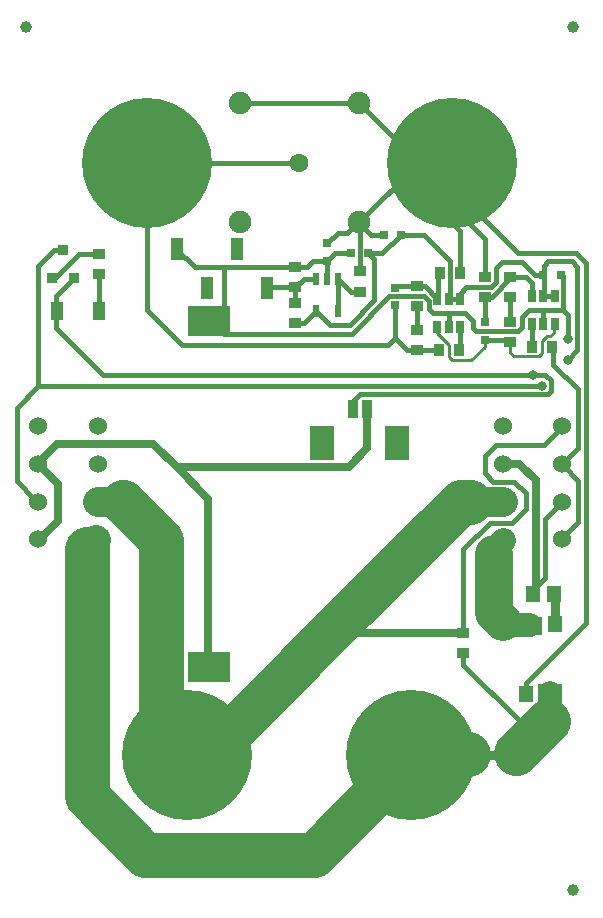
<source format=gbr>
%TF.GenerationSoftware,Altium Limited,Altium Designer,19.1.5 (86)*%
G04 Layer_Physical_Order=2*
G04 Layer_Color=16711680*
%FSLAX45Y45*%
%MOMM*%
%TF.FileFunction,Copper,L2,Bot,Signal*%
%TF.Part,Single*%
G01*
G75*
%TA.AperFunction,Conductor*%
%ADD10C,0.38100*%
%ADD11C,3.81000*%
%TA.AperFunction,ComponentPad*%
%ADD12C,1.52400*%
%ADD13C,1.90000*%
%ADD14C,1.60000*%
%TA.AperFunction,ViaPad*%
%ADD16C,0.80000*%
%TA.AperFunction,SMDPad,CuDef*%
%ADD17R,1.00000X1.91000*%
%ADD18R,2.00000X1.65000*%
%ADD19R,1.15000X1.40000*%
%ADD20R,1.00000X0.90000*%
%ADD21R,0.90000X1.00000*%
%ADD22R,1.20000X1.40000*%
%TA.AperFunction,SMDPad,SMDef*%
%ADD23R,0.60000X1.10000*%
%TA.AperFunction,SMDPad,CuDef*%
%ADD24R,0.90000X0.95000*%
%ADD25R,0.90000X0.95001*%
%ADD26R,0.81000X1.60000*%
%ADD27R,2.10000X3.00000*%
%ADD28R,1.10000X1.60000*%
%ADD29R,0.80000X0.80000*%
%ADD30R,3.60000X2.60000*%
%ADD31R,0.65000X1.10000*%
G04:AMPARAMS|DCode=32|XSize=1mm|YSize=1mm|CornerRadius=0.5mm|HoleSize=0mm|Usage=FLASHONLY|Rotation=90.000|XOffset=0mm|YOffset=0mm|HoleType=Round|Shape=RoundedRectangle|*
%AMROUNDEDRECTD32*
21,1,1.00000,0.00000,0,0,90.0*
21,1,0.00000,1.00000,0,0,90.0*
1,1,1.00000,0.00000,0.00000*
1,1,1.00000,0.00000,0.00000*
1,1,1.00000,0.00000,0.00000*
1,1,1.00000,0.00000,0.00000*
%
%ADD32ROUNDEDRECTD32*%
%ADD33R,0.80000X0.80000*%
%TA.AperFunction,Conductor*%
%ADD34C,2.10000*%
%ADD35C,1.27000*%
%ADD36C,3.17500*%
%ADD37C,2.50000*%
%ADD38C,2.54000*%
%ADD39C,0.25400*%
%ADD40C,0.63500*%
%ADD41C,0.20320*%
%ADD42C,0.75000*%
%ADD43C,2.00000*%
%ADD44C,2.03200*%
%ADD45C,0.00000*%
%TA.AperFunction,ComponentPad*%
%ADD46C,11.00000*%
D10*
X3870001Y2515000D02*
X3875000Y2519998D01*
X4105094Y3452874D02*
X4298189D01*
X3879999Y3227785D02*
X4105094Y3452874D01*
X3879999Y2525002D02*
Y3227785D01*
X4298189Y3452874D02*
X4411473Y3566158D01*
X4715000Y3623831D02*
X4729999Y3623831D01*
X4713728Y3623831D02*
X4715000D01*
X4503674Y2893677D02*
Y2911602D01*
X4575302Y2983230D01*
X4721226Y3305427D02*
Y3323726D01*
X4856735Y3459235D02*
Y3808265D01*
X4721226Y3323726D02*
X4856735Y3459235D01*
X4575302Y3485403D02*
X4713728Y3623831D01*
X4575302Y2983230D02*
Y3485403D01*
X4723662Y3941339D02*
X4856735Y3808265D01*
X4852417Y4087417D02*
Y4582667D01*
X4722344Y3957344D02*
X4852417Y4087417D01*
X4717158Y4264658D02*
X4723893D01*
X4565266Y4112766D02*
X4717158Y4264658D01*
X4156965Y4112766D02*
X4565266D01*
X270000Y3950000D02*
X280000D01*
X328677Y3337306D02*
Y3343403D01*
X4765040Y4830064D02*
X4846574Y4911598D01*
X4565590Y5370000D02*
Y5546205D01*
Y5351204D02*
Y5370000D01*
X3351854Y5886958D02*
X3355410Y5890514D01*
X3351854Y5886958D02*
X3548237D01*
X282956Y4609336D02*
X4549138D01*
X249998Y3630001D02*
X249999Y3654999D01*
X249998Y3629999D02*
Y3630001D01*
X100001Y3805001D02*
X249999Y3654999D01*
X100001Y3805001D02*
Y4425875D01*
X3797002Y6287560D02*
Y6509998D01*
X1988501Y7004998D02*
X2998502D01*
X1452626Y5770534D02*
X1610076Y5613084D01*
X832577Y4703316D02*
X4482340D01*
X435002Y5100955D02*
Y5367502D01*
X1723898Y5182723D02*
X1854053Y5052568D01*
X435002Y5100955D02*
X832577Y4703316D01*
X435002Y5367502D02*
Y5367528D01*
X794512Y5250490D02*
X800002Y5244997D01*
X804998Y5239999D01*
X626190Y5725002D02*
X795001D01*
X3664966Y5560712D02*
X3682224Y5577970D01*
X3335138Y5451605D02*
X3495138D01*
X3491381Y4917264D02*
X3526634Y4914746D01*
X3491138Y4915605D02*
X3526634Y4914746D01*
X3301072Y5291836D02*
X3305810D01*
X2489548Y6496050D02*
X2493499Y6500000D01*
X1199999D02*
X2493499D01*
X4463542Y4964684D02*
Y5149115D01*
X4452047Y4948259D02*
X4468473Y4964684D01*
X2224024Y5437124D02*
X2229984Y5443084D01*
X2458482D01*
X1610076Y5613084D02*
X1856740D01*
Y5230876D02*
Y5613084D01*
X2935732Y5052568D02*
X3253994Y5370830D01*
X1854053Y5052568D02*
X2935732D01*
X2821972Y5514892D02*
X2928188Y5408676D01*
X3004312D01*
X2821972Y5244890D02*
Y5514892D01*
X2458483Y5313084D02*
Y5443085D01*
X2530290Y5514892D01*
X2458482Y5443084D02*
X2458483Y5443085D01*
X2530290Y5514892D02*
X2631970D01*
X1199999Y5254903D02*
Y6500000D01*
Y5254903D02*
X1497584Y4957318D01*
X3078226Y5732526D02*
X3127502Y5683250D01*
Y5333238D02*
Y5683250D01*
X2923794Y5129530D02*
X3127502Y5333238D01*
X2749296Y5129530D02*
X2923794D01*
X2633936Y5244890D02*
X2749296Y5129530D01*
X2631970Y5244890D02*
X2633936D01*
X1787489Y5161625D02*
X1856740Y5230876D01*
X3491380Y4917264D02*
X3491381D01*
X3491074Y4917286D02*
X3491380Y4917264D01*
X1497584Y4957318D02*
X3240423D01*
X1856740Y5613084D02*
X2458482D01*
X2214626Y5441534D02*
X2216176Y5443084D01*
X1616202Y5272786D02*
X1619504Y5269484D01*
X2634996Y2515000D02*
X2746140D01*
X4379998Y5106184D02*
Y5190001D01*
X4346956Y5073142D02*
X4379998Y5106184D01*
X3992626Y5073142D02*
X4346956D01*
X2458483Y5143082D02*
X2530161D01*
X4348226Y5736336D02*
X4835652D01*
X282956Y4608830D02*
Y4609336D01*
X100001Y4425875D02*
X282956Y4608830D01*
X3490992Y4915609D02*
X3491138Y4915605D01*
X3852226Y4928870D02*
Y5097018D01*
X3526634Y4914746D02*
X3652785D01*
X4072382Y5363464D02*
X4123182D01*
X4281334Y5521616D01*
X4161334Y5489959D02*
Y5610000D01*
X4118405Y5447030D02*
X4161334Y5489959D01*
X3907605Y5447030D02*
X4118405D01*
X4549138Y4609336D02*
X4552696Y4612894D01*
X414592Y5757498D02*
X495002D01*
X282956Y5625862D02*
X414592Y5757498D01*
X282956Y4609336D02*
Y5624830D01*
X3240423Y4957318D02*
X3301072Y5017966D01*
X4465001Y5370000D02*
Y5484179D01*
X4414181Y5534999D02*
X4465001Y5484179D01*
X4281334Y5534999D02*
X4414181D01*
X4065300Y4998720D02*
X4277106D01*
X4410000Y1999999D02*
X4411472Y2001471D01*
X3548237Y5886958D02*
X3767228Y5667968D01*
X3004312Y5578676D02*
Y5984304D01*
X4644898Y4790186D02*
X4852417Y4582667D01*
X4644898Y4790186D02*
Y4889898D01*
X4479544Y4706112D02*
X4482340Y4703316D01*
X4626102Y4566412D02*
Y4657090D01*
X4577080Y4706112D02*
X4626102Y4657090D01*
X2998502Y5990114D02*
Y5994998D01*
X4479544Y4706112D02*
X4577080D01*
X4765040Y4830064D02*
X4766564D01*
X4546854Y4608322D02*
X4555236D01*
X4556252Y4609338D01*
X4552696Y4612894D02*
X4556252Y4609338D01*
X3490058Y5452205D02*
X3490947Y5453094D01*
X3875000Y2519998D02*
X3879999Y2525002D01*
X4380626Y5659374D02*
X4488796Y5551204D01*
X4210708Y5659374D02*
X4380626D01*
X4161334Y5610000D02*
X4210708Y5659374D01*
X4767072Y5006086D02*
Y5208270D01*
X4725590Y5249752D02*
X4767072Y5208270D01*
X4725590Y5249752D02*
Y5536203D01*
X2458483Y5613083D02*
X2459944Y5611622D01*
X2438477Y5613083D02*
X2458483D01*
X3406075Y4912968D02*
X3491074D01*
X2998502Y7004998D02*
X3495006Y6508494D01*
X3786999Y6131700D02*
Y6500000D01*
Y6131700D02*
X4064000Y5854699D01*
X3797002Y6287560D02*
X4348226Y5736336D01*
X3301072Y5017966D02*
Y5291836D01*
X3852226Y5391651D02*
X3907605Y5447030D01*
X4064000Y5580778D02*
Y5854699D01*
X4064702Y5149320D02*
Y5355095D01*
X3757225Y5347968D02*
X3852226D01*
Y5391651D01*
X3757225Y5107969D02*
Y5227968D01*
X3557226Y5452967D02*
X3662224Y5347968D01*
X3664966Y5350710D02*
Y5560712D01*
X3964686Y5101082D02*
X3992626Y5073142D01*
X3964686Y5101082D02*
Y5156962D01*
X3893680Y5227968D02*
X3964686Y5156962D01*
X3757225Y5227968D02*
X3893680D01*
X3662224Y5347968D02*
X3664966Y5350710D01*
X3301072Y5291836D02*
Y5292967D01*
X3491074Y5452967D02*
X3557226D01*
X4565650Y5628640D02*
X4601464Y5664454D01*
X4488796Y5551204D02*
X4560587D01*
X4565590Y5370000D02*
X4654998D01*
X4560002D02*
X4565590D01*
X4463542Y5149115D02*
X4466779Y5152353D01*
X4463542Y4964684D02*
X4468473D01*
X3491074Y5082970D02*
Y5282970D01*
X3786999Y5987002D02*
X3852164Y5921833D01*
Y5580002D02*
Y5921833D01*
X4565650Y5556267D02*
Y5628640D01*
X4560587Y5551204D02*
X4565650Y5556267D01*
X4560182Y5250180D02*
X4720002D01*
X4061461Y3874768D02*
X4137153Y3799076D01*
X4315207D01*
X4359998Y1770002D02*
X4560698D01*
X435002Y5367502D02*
X590003Y5522503D01*
X3879999Y2250001D02*
Y2345002D01*
X400000Y5522497D02*
Y5550001D01*
X4281334Y5154999D02*
Y5365001D01*
X4560587Y5551204D02*
X4565590Y5546205D01*
X3301072Y5017966D02*
X3406075Y4912968D01*
X4379998Y5190001D02*
X4440003Y5250000D01*
X4560002Y5162042D02*
Y5250000D01*
X4440003D02*
X4560002D01*
X3767228Y5357966D02*
Y5667968D01*
X3786999Y5987002D02*
Y6131700D01*
X2998502Y5994998D02*
X3503499Y6500000D01*
X3786999D02*
X3797002Y6509998D01*
X3537571Y6500000D02*
X3786999D01*
X3529077Y6508494D02*
X3537571Y6500000D01*
X3495006Y6508494D02*
X3529077D01*
X4315207Y3799076D02*
X4411473Y3702810D01*
X3879999Y2250001D02*
X4359998Y1770002D01*
X3626980Y5227968D02*
X3757225D01*
X3590290Y5264658D02*
X3626980Y5227968D01*
X3590290Y5264658D02*
Y5326888D01*
X3546348Y5370830D02*
X3590290Y5326888D01*
X3253994Y5370830D02*
X3546348D01*
X4600210Y4540520D02*
X4626102Y4566412D01*
X2940050Y4476750D02*
X3003820Y4540520D01*
X4600210D01*
X792988Y5727014D02*
X795001Y5725002D01*
X4411473Y3566158D02*
Y3702810D01*
X2530161Y5143082D02*
X2631970Y5244890D01*
X4411472Y2001471D02*
Y2091182D01*
X4924552Y2604262D01*
Y5647436D01*
X4835652Y5736336D02*
X4924552Y5647436D01*
X400000Y5522497D02*
X423685D01*
X626190Y5725002D01*
X794512Y5250490D02*
Y5554510D01*
X795001Y5554999D01*
X4601464Y5664454D02*
X4798060D01*
X4846574Y5615940D01*
Y4911598D02*
Y5615940D01*
X4061461Y3874768D02*
Y4017262D01*
X4156965Y4112766D01*
X3379809Y1489287D02*
X3439999Y1487001D01*
X4318635Y1486281D02*
X4323842Y1491488D01*
X3101657Y5886958D02*
X3180702D01*
X2998502Y5990114D02*
X3004312Y5984304D01*
X3101657Y5886958D01*
X3197422Y5732526D02*
X3351854Y5886958D01*
X3078226Y5732526D02*
X3197422D01*
X2796102D02*
X2928224D01*
X2730246Y5666670D02*
X2796102Y5732526D01*
X2726971Y5514892D02*
Y5663395D01*
X2730246Y5666670D01*
X2458482Y5613084D02*
X2557464D01*
X2611050Y5666670D01*
X2730246D01*
X4560698Y1770002D02*
X4597276D01*
X2983132Y5995572D02*
X2997802D01*
X2893060Y5905500D02*
X2983132Y5995572D01*
X2819076Y5905500D02*
X2893060D01*
X2730246Y5816670D02*
X2819076Y5905500D01*
D11*
X1532890Y1481582D02*
X1717548D01*
X692405Y1138934D02*
Y3230116D01*
X3379809Y1489287D02*
X3433403Y1469306D01*
X3379809Y1489287D02*
X3921929D01*
X3860036Y3628896D02*
X3934715D01*
X2746140Y2515000D02*
X3860036Y3628896D01*
X1000594Y3629404D02*
X1321816Y3308182D01*
X2502916Y2271776D02*
X2746140Y2515000D01*
X2618994Y641858D02*
X3442716Y1465580D01*
X1189481Y641858D02*
X2618994D01*
X3442716Y1465580D02*
Y1465834D01*
X3458379Y1610409D02*
X3466807Y1616652D01*
X1717548Y1481582D02*
X2502916Y2266950D01*
Y2271776D01*
X1321816Y1692656D02*
X1532890Y1481582D01*
X1321816Y1692656D02*
Y3308182D01*
X3433403Y1469306D02*
X3442716Y1465834D01*
X692405Y1138934D02*
X1189481Y641858D01*
X4332351Y1505077D02*
X4597276Y1770002D01*
D12*
X4715000Y4270000D02*
D03*
Y3950000D02*
D03*
Y3630000D02*
D03*
Y3310000D02*
D03*
X4215000Y3310000D02*
D03*
Y3630000D02*
D03*
Y3950000D02*
D03*
Y4270000D02*
D03*
X285000D02*
D03*
Y3950000D02*
D03*
Y3630000D02*
D03*
Y3310000D02*
D03*
X785000Y3310000D02*
D03*
Y3630000D02*
D03*
Y3950000D02*
D03*
Y4270000D02*
D03*
D13*
X2997802Y5995572D02*
D03*
Y7005572D02*
D03*
X1987802D02*
D03*
Y5995572D02*
D03*
D14*
X2492802Y6500572D02*
D03*
D16*
X4766564Y4830064D02*
D03*
X4469638Y4706112D02*
D03*
X4546854Y4608322D02*
D03*
X4767072Y5006086D02*
D03*
D17*
X2224024Y5437124D02*
D03*
X1970024Y5766124D02*
D03*
X1716024Y5437124D02*
D03*
X1462024Y5766124D02*
D03*
D18*
X4450000Y2579998D02*
D03*
X4620002Y2010002D02*
D03*
D19*
X4660002Y2590001D02*
D03*
X4410000Y1999999D02*
D03*
D20*
X3879999Y2515000D02*
D03*
Y2345002D02*
D03*
X4281334Y5534999D02*
D03*
Y5365001D02*
D03*
X795001Y5554999D02*
D03*
Y5725002D02*
D03*
X4064702Y5359413D02*
D03*
Y5529411D02*
D03*
X2458483Y5313084D02*
D03*
Y5143082D02*
D03*
X2458482Y5613084D02*
D03*
Y5443084D02*
D03*
X3004312Y5408676D02*
D03*
Y5578676D02*
D03*
X4281334Y5154999D02*
D03*
Y4985002D02*
D03*
X3491074Y5282968D02*
D03*
Y5452968D02*
D03*
X3491074Y5082970D02*
D03*
Y4912968D02*
D03*
D21*
X3676066Y4912868D02*
D03*
X3846068D02*
D03*
X4632047Y4938261D02*
D03*
X4462045D02*
D03*
X3853598Y5563108D02*
D03*
X3683598D02*
D03*
D22*
X4470000Y2850000D02*
D03*
X4650000D02*
D03*
D23*
X2631970Y5514892D02*
D03*
X2726971D02*
D03*
X2821972D02*
D03*
Y5244890D02*
D03*
X2631970D02*
D03*
D24*
X590003Y5522503D02*
D03*
X495002Y5757498D02*
D03*
D25*
X400000Y5522497D02*
D03*
D26*
X2944082Y4415282D02*
D03*
X3069082D02*
D03*
D27*
X2689082Y4125282D02*
D03*
X3324082D02*
D03*
D28*
X795001Y5239999D02*
D03*
X444999D02*
D03*
D29*
X4064702Y4999318D02*
D03*
Y5149320D02*
D03*
X3301072Y5292967D02*
D03*
Y5442969D02*
D03*
X2730246Y5666670D02*
D03*
Y5816670D02*
D03*
D30*
X1731518Y2231898D02*
D03*
Y5161895D02*
D03*
D31*
X3852226Y5107969D02*
D03*
X3757225D02*
D03*
X3662224D02*
D03*
Y5347968D02*
D03*
X3757225D02*
D03*
X3852226D02*
D03*
X4654998Y5130001D02*
D03*
X4560002D02*
D03*
X4465001D02*
D03*
Y5370000D02*
D03*
X4560002D02*
D03*
X4654998D02*
D03*
D32*
X4807002Y7646998D02*
D03*
X4807000Y340003D02*
D03*
X180001Y7646998D02*
D03*
D33*
X2928224Y5732526D02*
D03*
X3078226D02*
D03*
X4560587Y5551204D02*
D03*
X4710589D02*
D03*
X3206680Y5889244D02*
D03*
X3356680D02*
D03*
D34*
X4123210Y3211336D02*
X4215000Y3303126D01*
D35*
X4123210Y3211336D02*
X4144773Y3189773D01*
X4215000Y3303126D02*
Y3310000D01*
D36*
X4144773Y2685230D02*
Y3189773D01*
Y2685230D02*
X4219998Y2610001D01*
D37*
X692405Y3230116D02*
X770383Y3308094D01*
X785000Y3630000D02*
X999998D01*
X3935819D02*
X4215000D01*
D38*
X999998D02*
X1000594Y3629404D01*
X3934715Y3628896D02*
X3935819Y3630000D01*
D39*
X4722344Y3957344D02*
X4729690Y3949998D01*
X4723662Y3941339D02*
X4729690Y3947367D01*
X4277106Y4892548D02*
Y4998720D01*
X3788918Y4831842D02*
X3950462D01*
X3764280Y4856480D02*
X3788918Y4831842D01*
X3764280Y4856480D02*
Y4956556D01*
X3950462Y4831842D02*
X4061714Y4943094D01*
Y4992624D01*
X4549394Y4890770D02*
Y4987290D01*
X4518914Y4860290D02*
X4549394Y4890770D01*
X4309364Y4860290D02*
X4518914D01*
X4277106Y4892548D02*
X4309364Y4860290D01*
X4650000Y5061734D02*
Y5125002D01*
X4618228Y5029962D02*
X4650000Y5061734D01*
X4592066Y5029962D02*
X4618228D01*
X4729690Y3947367D02*
Y3949998D01*
X4549394Y4987290D02*
X4592066Y5029962D01*
X4644898Y4889898D02*
X4645001Y4890001D01*
X3662224Y5058612D02*
X3764280Y4956556D01*
X4064702Y4999318D02*
X4065300Y4998720D01*
X3662224Y5058612D02*
Y5107969D01*
D40*
X285000Y3961539D02*
X286541D01*
X273461Y3961538D02*
X285000Y3961539D01*
X265961Y3954038D02*
X273461Y3961538D01*
X280000Y3950000D02*
X449326Y3780674D01*
Y3464052D02*
Y3780674D01*
X444998Y4120000D02*
X1257179D01*
X286541Y3961539D02*
X444998Y4120000D01*
X328677Y3343403D02*
X449326Y3464052D01*
X257176Y3309999D02*
X263587Y3316410D01*
X249998Y3309999D02*
X257176D01*
X263587Y3316410D02*
X263588Y3316411D01*
X261921Y3949998D02*
X265961Y3954038D01*
X2746140Y2515000D02*
X3870001D01*
X1724407Y2264918D02*
Y3652772D01*
X249998Y3949998D02*
X261921D01*
X1257179Y4120000D02*
X1455293Y3921887D01*
X1724407Y3652772D01*
X1455293Y3921887D02*
X2910967D01*
X3069082Y4080002D01*
Y4415282D01*
X4470000Y2850000D02*
X4494530Y2874530D01*
X4230000Y3950000D02*
X4354276D01*
X4494530Y3809746D01*
Y2874530D02*
Y3809746D01*
D41*
X4064702Y5355784D02*
X4072382Y5363464D01*
X4064702Y5355784D02*
Y5359413D01*
Y5355095D02*
Y5355784D01*
X4281334Y5521616D02*
Y5534999D01*
X4064702Y5359413D02*
Y5365001D01*
X3757225Y5347968D02*
X3767228Y5357966D01*
X4560002Y5250000D02*
X4560182Y5250180D01*
X4710589Y5551204D02*
X4725590Y5536203D01*
X4650000Y5125002D02*
X4654998Y5130001D01*
D42*
X4660840Y2601095D02*
Y2836096D01*
X4088003Y1486281D02*
X4318635D01*
D43*
X4258890Y2584291D02*
X4448893D01*
D44*
X4560698Y1770002D02*
X4620002Y1829301D01*
Y2010002D01*
D45*
X4085336Y1483614D02*
X4088003Y1486281D01*
D46*
X1539998Y1487001D02*
D03*
X1199999Y6500000D02*
D03*
X3439999Y1487001D02*
D03*
X3786999Y6500000D02*
D03*
%TF.MD5,7fe1dd4d2fce99c388fa9ddec7d28e31*%
M02*

</source>
